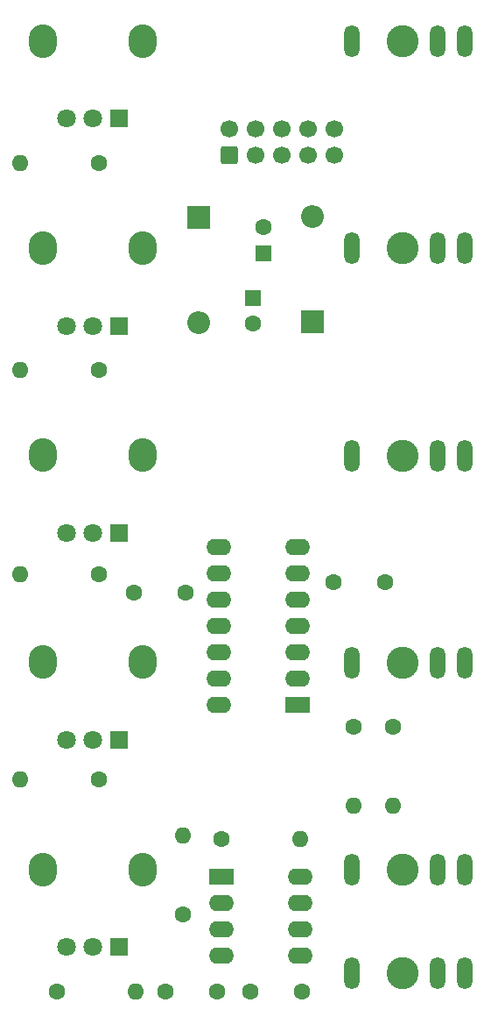
<source format=gbr>
%TF.GenerationSoftware,KiCad,Pcbnew,(6.0.2)*%
%TF.CreationDate,2022-04-27T22:08:36+02:00*%
%TF.ProjectId,4 Channel Mixer,34204368-616e-46e6-956c-204d69786572,1.1*%
%TF.SameCoordinates,Original*%
%TF.FileFunction,Soldermask,Top*%
%TF.FilePolarity,Negative*%
%FSLAX46Y46*%
G04 Gerber Fmt 4.6, Leading zero omitted, Abs format (unit mm)*
G04 Created by KiCad (PCBNEW (6.0.2)) date 2022-04-27 22:08:36*
%MOMM*%
%LPD*%
G01*
G04 APERTURE LIST*
G04 Aperture macros list*
%AMRoundRect*
0 Rectangle with rounded corners*
0 $1 Rounding radius*
0 $2 $3 $4 $5 $6 $7 $8 $9 X,Y pos of 4 corners*
0 Add a 4 corners polygon primitive as box body*
4,1,4,$2,$3,$4,$5,$6,$7,$8,$9,$2,$3,0*
0 Add four circle primitives for the rounded corners*
1,1,$1+$1,$2,$3*
1,1,$1+$1,$4,$5*
1,1,$1+$1,$6,$7*
1,1,$1+$1,$8,$9*
0 Add four rect primitives between the rounded corners*
20,1,$1+$1,$2,$3,$4,$5,0*
20,1,$1+$1,$4,$5,$6,$7,0*
20,1,$1+$1,$6,$7,$8,$9,0*
20,1,$1+$1,$8,$9,$2,$3,0*%
G04 Aperture macros list end*
%ADD10C,1.600000*%
%ADD11O,1.600000X1.600000*%
%ADD12R,2.200000X2.200000*%
%ADD13O,2.200000X2.200000*%
%ADD14R,2.400000X1.600000*%
%ADD15O,2.400000X1.600000*%
%ADD16R,1.600000X1.600000*%
%ADD17RoundRect,0.250000X0.600000X-0.600000X0.600000X0.600000X-0.600000X0.600000X-0.600000X-0.600000X0*%
%ADD18C,1.700000*%
%ADD19C,3.100000*%
%ADD20O,1.500000X3.100000*%
%ADD21O,2.720000X3.240000*%
%ADD22R,1.800000X1.800000*%
%ADD23C,1.800000*%
G04 APERTURE END LIST*
D10*
%TO.C,R6*%
X48750000Y-139310000D03*
D11*
X48750000Y-131690000D03*
%TD*%
D12*
%TO.C,D2*%
X50250000Y-72000000D03*
D13*
X50250000Y-82160000D03*
%TD*%
D14*
%TO.C,U2*%
X52425000Y-135700000D03*
D15*
X52425000Y-138240000D03*
X52425000Y-140780000D03*
X52425000Y-143320000D03*
X60045000Y-143320000D03*
X60045000Y-140780000D03*
X60045000Y-138240000D03*
X60045000Y-135700000D03*
%TD*%
D16*
%TO.C,C1*%
X56500000Y-75455113D03*
D10*
X56500000Y-72955113D03*
%TD*%
%TO.C,R1*%
X40560000Y-66750000D03*
D11*
X32940000Y-66750000D03*
%TD*%
D10*
%TO.C,C5*%
X55250000Y-146750000D03*
X60250000Y-146750000D03*
%TD*%
%TO.C,R9*%
X69000000Y-121190000D03*
D11*
X69000000Y-128810000D03*
%TD*%
D10*
%TO.C,R2*%
X40560000Y-86750000D03*
D11*
X32940000Y-86750000D03*
%TD*%
D10*
%TO.C,R5*%
X36500000Y-146750000D03*
D11*
X44120000Y-146750000D03*
%TD*%
D12*
%TO.C,D1*%
X61250000Y-82080000D03*
D13*
X61250000Y-71920000D03*
%TD*%
D14*
%TO.C,U1*%
X59825000Y-119125000D03*
D15*
X59825000Y-116585000D03*
X59825000Y-114045000D03*
X59825000Y-111505000D03*
X59825000Y-108965000D03*
X59825000Y-106425000D03*
X59825000Y-103885000D03*
X52205000Y-103885000D03*
X52205000Y-106425000D03*
X52205000Y-108965000D03*
X52205000Y-111505000D03*
X52205000Y-114045000D03*
X52205000Y-116585000D03*
X52205000Y-119125000D03*
%TD*%
D10*
%TO.C,R7*%
X52440000Y-132000000D03*
D11*
X60060000Y-132000000D03*
%TD*%
D10*
%TO.C,C3*%
X63250000Y-107250000D03*
X68250000Y-107250000D03*
%TD*%
D17*
%TO.C,JP1*%
X53170000Y-66002500D03*
D18*
X53170000Y-63462500D03*
X55710000Y-66002500D03*
X55710000Y-63462500D03*
X58250000Y-66002500D03*
X58250000Y-63462500D03*
X60790000Y-66002500D03*
X60790000Y-63462500D03*
X63330000Y-66002500D03*
X63330000Y-63462500D03*
%TD*%
D10*
%TO.C,R8*%
X65250000Y-121190000D03*
D11*
X65250000Y-128810000D03*
%TD*%
D10*
%TO.C,C6*%
X47000000Y-146750000D03*
X52000000Y-146750000D03*
%TD*%
%TO.C,R4*%
X40560000Y-126250000D03*
D11*
X32940000Y-126250000D03*
%TD*%
D10*
%TO.C,C4*%
X44000000Y-108250000D03*
X49000000Y-108250000D03*
%TD*%
%TO.C,R3*%
X40560000Y-106500000D03*
D11*
X32940000Y-106500000D03*
%TD*%
D16*
%TO.C,C2*%
X55500000Y-79794887D03*
D10*
X55500000Y-82294887D03*
%TD*%
D19*
%TO.C,J6*%
X70000000Y-145000000D03*
D20*
X76000000Y-145000000D03*
X73380000Y-145000000D03*
X65080000Y-145000000D03*
%TD*%
D19*
%TO.C,J5*%
X70000000Y-135000000D03*
D20*
X76000000Y-135000000D03*
X73380000Y-135000000D03*
X65080000Y-135000000D03*
%TD*%
D21*
%TO.C,RV4*%
X44800000Y-114975000D03*
X35200000Y-114975000D03*
D22*
X42500000Y-122475000D03*
D23*
X40000000Y-122475000D03*
X37500000Y-122475000D03*
%TD*%
D21*
%TO.C,RV5*%
X44800000Y-134975000D03*
X35200000Y-134975000D03*
D22*
X42500000Y-142475000D03*
D23*
X40000000Y-142475000D03*
X37500000Y-142475000D03*
%TD*%
D21*
%TO.C,RV3*%
X44800000Y-94975000D03*
X35200000Y-94975000D03*
D22*
X42500000Y-102475000D03*
D23*
X40000000Y-102475000D03*
X37500000Y-102475000D03*
%TD*%
D19*
%TO.C,J4*%
X70000000Y-115000000D03*
D20*
X76000000Y-115000000D03*
X73380000Y-115000000D03*
X65080000Y-115000000D03*
%TD*%
D19*
%TO.C,J2*%
X70000000Y-75000000D03*
D20*
X76000000Y-75000000D03*
X73380000Y-75000000D03*
X65080000Y-75000000D03*
%TD*%
D19*
%TO.C,J1*%
X70000000Y-55000000D03*
D20*
X76000000Y-55000000D03*
X73380000Y-55000000D03*
X65080000Y-55000000D03*
%TD*%
D21*
%TO.C,RV1*%
X44800000Y-54975000D03*
X35200000Y-54975000D03*
D22*
X42500000Y-62475000D03*
D23*
X40000000Y-62475000D03*
X37500000Y-62475000D03*
%TD*%
D19*
%TO.C,J3*%
X70000000Y-95000000D03*
D20*
X76000000Y-95000000D03*
X73380000Y-95000000D03*
X65080000Y-95000000D03*
%TD*%
D21*
%TO.C,RV2*%
X35200000Y-74975000D03*
X44800000Y-74975000D03*
D22*
X42500000Y-82475000D03*
D23*
X40000000Y-82475000D03*
X37500000Y-82475000D03*
%TD*%
M02*

</source>
